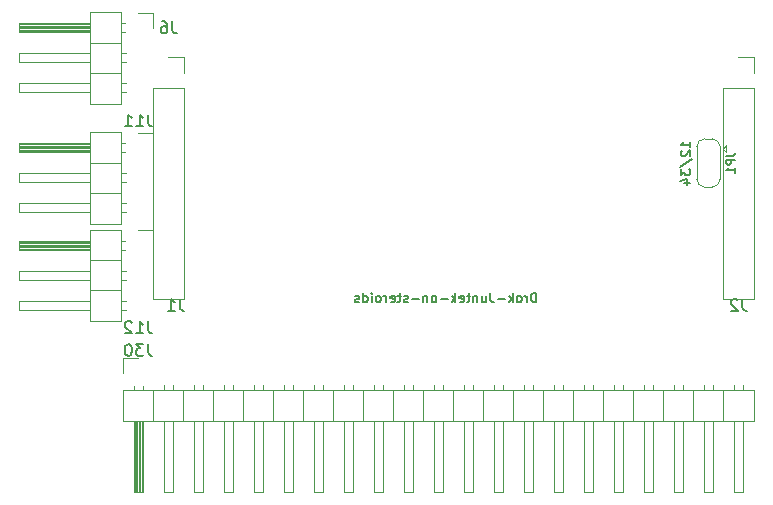
<source format=gbo>
G04 #@! TF.GenerationSoftware,KiCad,Pcbnew,(5.1.6-0-10_14)*
G04 #@! TF.CreationDate,2021-08-22T22:59:51+01:00*
G04 #@! TF.ProjectId,JuntekOnSteroidsTTGO,4a756e74-656b-44f6-9e53-7465726f6964,2.4*
G04 #@! TF.SameCoordinates,PX5b716c8PY5b716c8*
G04 #@! TF.FileFunction,Legend,Bot*
G04 #@! TF.FilePolarity,Positive*
%FSLAX46Y46*%
G04 Gerber Fmt 4.6, Leading zero omitted, Abs format (unit mm)*
G04 Created by KiCad (PCBNEW (5.1.6-0-10_14)) date 2021-08-22 22:59:51*
%MOMM*%
%LPD*%
G01*
G04 APERTURE LIST*
%ADD10C,0.150000*%
%ADD11C,0.120000*%
G04 APERTURE END LIST*
D10*
X51796904Y24193334D02*
X51796904Y24650477D01*
X51796904Y24421905D02*
X50996904Y24421905D01*
X51111190Y24498096D01*
X51187380Y24574286D01*
X51225476Y24650477D01*
X51073095Y23888572D02*
X51035000Y23850477D01*
X50996904Y23774286D01*
X50996904Y23583810D01*
X51035000Y23507620D01*
X51073095Y23469524D01*
X51149285Y23431429D01*
X51225476Y23431429D01*
X51339761Y23469524D01*
X51796904Y23926667D01*
X51796904Y23431429D01*
X50958809Y22517143D02*
X51987380Y23202858D01*
X50996904Y22326667D02*
X50996904Y21831429D01*
X51301666Y22098096D01*
X51301666Y21983810D01*
X51339761Y21907620D01*
X51377857Y21869524D01*
X51454047Y21831429D01*
X51644523Y21831429D01*
X51720714Y21869524D01*
X51758809Y21907620D01*
X51796904Y21983810D01*
X51796904Y22212381D01*
X51758809Y22288572D01*
X51720714Y22326667D01*
X51263571Y21145715D02*
X51796904Y21145715D01*
X50958809Y21336191D02*
X51530238Y21526667D01*
X51530238Y21031429D01*
X38772142Y11068096D02*
X38772142Y11868096D01*
X38581666Y11868096D01*
X38467380Y11830000D01*
X38391190Y11753810D01*
X38353095Y11677620D01*
X38315000Y11525239D01*
X38315000Y11410953D01*
X38353095Y11258572D01*
X38391190Y11182381D01*
X38467380Y11106191D01*
X38581666Y11068096D01*
X38772142Y11068096D01*
X37972142Y11068096D02*
X37972142Y11601429D01*
X37972142Y11449048D02*
X37934047Y11525239D01*
X37895952Y11563334D01*
X37819761Y11601429D01*
X37743571Y11601429D01*
X37362619Y11068096D02*
X37438809Y11106191D01*
X37476904Y11144286D01*
X37515000Y11220477D01*
X37515000Y11449048D01*
X37476904Y11525239D01*
X37438809Y11563334D01*
X37362619Y11601429D01*
X37248333Y11601429D01*
X37172142Y11563334D01*
X37134047Y11525239D01*
X37095952Y11449048D01*
X37095952Y11220477D01*
X37134047Y11144286D01*
X37172142Y11106191D01*
X37248333Y11068096D01*
X37362619Y11068096D01*
X36753095Y11068096D02*
X36753095Y11868096D01*
X36676904Y11372858D02*
X36448333Y11068096D01*
X36448333Y11601429D02*
X36753095Y11296667D01*
X36105476Y11372858D02*
X35495952Y11372858D01*
X34886428Y11868096D02*
X34886428Y11296667D01*
X34924523Y11182381D01*
X35000714Y11106191D01*
X35115000Y11068096D01*
X35191190Y11068096D01*
X34162619Y11601429D02*
X34162619Y11068096D01*
X34505476Y11601429D02*
X34505476Y11182381D01*
X34467380Y11106191D01*
X34391190Y11068096D01*
X34276904Y11068096D01*
X34200714Y11106191D01*
X34162619Y11144286D01*
X33781666Y11601429D02*
X33781666Y11068096D01*
X33781666Y11525239D02*
X33743571Y11563334D01*
X33667380Y11601429D01*
X33553095Y11601429D01*
X33476904Y11563334D01*
X33438809Y11487143D01*
X33438809Y11068096D01*
X33172142Y11601429D02*
X32867380Y11601429D01*
X33057857Y11868096D02*
X33057857Y11182381D01*
X33019761Y11106191D01*
X32943571Y11068096D01*
X32867380Y11068096D01*
X32295952Y11106191D02*
X32372142Y11068096D01*
X32524523Y11068096D01*
X32600714Y11106191D01*
X32638809Y11182381D01*
X32638809Y11487143D01*
X32600714Y11563334D01*
X32524523Y11601429D01*
X32372142Y11601429D01*
X32295952Y11563334D01*
X32257857Y11487143D01*
X32257857Y11410953D01*
X32638809Y11334762D01*
X31915000Y11068096D02*
X31915000Y11868096D01*
X31838809Y11372858D02*
X31610238Y11068096D01*
X31610238Y11601429D02*
X31915000Y11296667D01*
X31267380Y11372858D02*
X30657857Y11372858D01*
X30162619Y11068096D02*
X30238809Y11106191D01*
X30276904Y11144286D01*
X30315000Y11220477D01*
X30315000Y11449048D01*
X30276904Y11525239D01*
X30238809Y11563334D01*
X30162619Y11601429D01*
X30048333Y11601429D01*
X29972142Y11563334D01*
X29934047Y11525239D01*
X29895952Y11449048D01*
X29895952Y11220477D01*
X29934047Y11144286D01*
X29972142Y11106191D01*
X30048333Y11068096D01*
X30162619Y11068096D01*
X29553095Y11601429D02*
X29553095Y11068096D01*
X29553095Y11525239D02*
X29515000Y11563334D01*
X29438809Y11601429D01*
X29324523Y11601429D01*
X29248333Y11563334D01*
X29210238Y11487143D01*
X29210238Y11068096D01*
X28829285Y11372858D02*
X28219761Y11372858D01*
X27876904Y11106191D02*
X27800714Y11068096D01*
X27648333Y11068096D01*
X27572142Y11106191D01*
X27534047Y11182381D01*
X27534047Y11220477D01*
X27572142Y11296667D01*
X27648333Y11334762D01*
X27762619Y11334762D01*
X27838809Y11372858D01*
X27876904Y11449048D01*
X27876904Y11487143D01*
X27838809Y11563334D01*
X27762619Y11601429D01*
X27648333Y11601429D01*
X27572142Y11563334D01*
X27305476Y11601429D02*
X27000714Y11601429D01*
X27191190Y11868096D02*
X27191190Y11182381D01*
X27153095Y11106191D01*
X27076904Y11068096D01*
X27000714Y11068096D01*
X26429285Y11106191D02*
X26505476Y11068096D01*
X26657857Y11068096D01*
X26734047Y11106191D01*
X26772142Y11182381D01*
X26772142Y11487143D01*
X26734047Y11563334D01*
X26657857Y11601429D01*
X26505476Y11601429D01*
X26429285Y11563334D01*
X26391190Y11487143D01*
X26391190Y11410953D01*
X26772142Y11334762D01*
X26048333Y11068096D02*
X26048333Y11601429D01*
X26048333Y11449048D02*
X26010238Y11525239D01*
X25972142Y11563334D01*
X25895952Y11601429D01*
X25819761Y11601429D01*
X25438809Y11068096D02*
X25515000Y11106191D01*
X25553095Y11144286D01*
X25591190Y11220477D01*
X25591190Y11449048D01*
X25553095Y11525239D01*
X25515000Y11563334D01*
X25438809Y11601429D01*
X25324523Y11601429D01*
X25248333Y11563334D01*
X25210238Y11525239D01*
X25172142Y11449048D01*
X25172142Y11220477D01*
X25210238Y11144286D01*
X25248333Y11106191D01*
X25324523Y11068096D01*
X25438809Y11068096D01*
X24829285Y11068096D02*
X24829285Y11601429D01*
X24829285Y11868096D02*
X24867380Y11830000D01*
X24829285Y11791905D01*
X24791190Y11830000D01*
X24829285Y11868096D01*
X24829285Y11791905D01*
X24105476Y11068096D02*
X24105476Y11868096D01*
X24105476Y11106191D02*
X24181666Y11068096D01*
X24334047Y11068096D01*
X24410238Y11106191D01*
X24448333Y11144286D01*
X24486428Y11220477D01*
X24486428Y11449048D01*
X24448333Y11525239D01*
X24410238Y11563334D01*
X24334047Y11601429D01*
X24181666Y11601429D01*
X24105476Y11563334D01*
X23762619Y11106191D02*
X23686428Y11068096D01*
X23534047Y11068096D01*
X23457857Y11106191D01*
X23419761Y11182381D01*
X23419761Y11220477D01*
X23457857Y11296667D01*
X23534047Y11334762D01*
X23648333Y11334762D01*
X23724523Y11372858D01*
X23762619Y11449048D01*
X23762619Y11487143D01*
X23724523Y11563334D01*
X23648333Y11601429D01*
X23534047Y11601429D01*
X23457857Y11563334D01*
D11*
G04 #@! TO.C,JP1*
X52340000Y24260000D02*
X52340000Y21460000D01*
X53040000Y20810000D02*
X53640000Y20810000D01*
X54340000Y21460000D02*
X54340000Y24260000D01*
X53640000Y24910000D02*
X53040000Y24910000D01*
X54540000Y24060000D02*
X54840000Y24360000D01*
X54840000Y24360000D02*
X54840000Y23760000D01*
X54540000Y24060000D02*
X54840000Y23760000D01*
X53040000Y24910000D02*
G75*
G03*
X52340000Y24210000I0J-700000D01*
G01*
X54340000Y24210000D02*
G75*
G03*
X53640000Y24910000I-700000J0D01*
G01*
X53640000Y20810000D02*
G75*
G03*
X54340000Y21510000I0J700000D01*
G01*
X52340000Y21510000D02*
G75*
G03*
X53040000Y20810000I700000J0D01*
G01*
G04 #@! TO.C,J12*
X3640000Y17205000D02*
X3640000Y9465000D01*
X3640000Y9465000D02*
X980000Y9465000D01*
X980000Y9465000D02*
X980000Y17205000D01*
X980000Y17205000D02*
X3640000Y17205000D01*
X980000Y16255000D02*
X-5020000Y16255000D01*
X-5020000Y16255000D02*
X-5020000Y15495000D01*
X-5020000Y15495000D02*
X980000Y15495000D01*
X980000Y16195000D02*
X-5020000Y16195000D01*
X980000Y16075000D02*
X-5020000Y16075000D01*
X980000Y15955000D02*
X-5020000Y15955000D01*
X980000Y15835000D02*
X-5020000Y15835000D01*
X980000Y15715000D02*
X-5020000Y15715000D01*
X980000Y15595000D02*
X-5020000Y15595000D01*
X3970000Y16255000D02*
X3640000Y16255000D01*
X3970000Y15495000D02*
X3640000Y15495000D01*
X3640000Y14605000D02*
X980000Y14605000D01*
X980000Y13715000D02*
X-5020000Y13715000D01*
X-5020000Y13715000D02*
X-5020000Y12955000D01*
X-5020000Y12955000D02*
X980000Y12955000D01*
X4037071Y13715000D02*
X3640000Y13715000D01*
X4037071Y12955000D02*
X3640000Y12955000D01*
X3640000Y12065000D02*
X980000Y12065000D01*
X980000Y11175000D02*
X-5020000Y11175000D01*
X-5020000Y11175000D02*
X-5020000Y10415000D01*
X-5020000Y10415000D02*
X980000Y10415000D01*
X4037071Y11175000D02*
X3640000Y11175000D01*
X4037071Y10415000D02*
X3640000Y10415000D01*
X6350000Y15875000D02*
X6350000Y17145000D01*
X6350000Y17145000D02*
X5080000Y17145000D01*
G04 #@! TO.C,J11*
X3640000Y25460000D02*
X3640000Y17720000D01*
X3640000Y17720000D02*
X980000Y17720000D01*
X980000Y17720000D02*
X980000Y25460000D01*
X980000Y25460000D02*
X3640000Y25460000D01*
X980000Y24510000D02*
X-5020000Y24510000D01*
X-5020000Y24510000D02*
X-5020000Y23750000D01*
X-5020000Y23750000D02*
X980000Y23750000D01*
X980000Y24450000D02*
X-5020000Y24450000D01*
X980000Y24330000D02*
X-5020000Y24330000D01*
X980000Y24210000D02*
X-5020000Y24210000D01*
X980000Y24090000D02*
X-5020000Y24090000D01*
X980000Y23970000D02*
X-5020000Y23970000D01*
X980000Y23850000D02*
X-5020000Y23850000D01*
X3970000Y24510000D02*
X3640000Y24510000D01*
X3970000Y23750000D02*
X3640000Y23750000D01*
X3640000Y22860000D02*
X980000Y22860000D01*
X980000Y21970000D02*
X-5020000Y21970000D01*
X-5020000Y21970000D02*
X-5020000Y21210000D01*
X-5020000Y21210000D02*
X980000Y21210000D01*
X4037071Y21970000D02*
X3640000Y21970000D01*
X4037071Y21210000D02*
X3640000Y21210000D01*
X3640000Y20320000D02*
X980000Y20320000D01*
X980000Y19430000D02*
X-5020000Y19430000D01*
X-5020000Y19430000D02*
X-5020000Y18670000D01*
X-5020000Y18670000D02*
X980000Y18670000D01*
X4037071Y19430000D02*
X3640000Y19430000D01*
X4037071Y18670000D02*
X3640000Y18670000D01*
X6350000Y24130000D02*
X6350000Y25400000D01*
X6350000Y25400000D02*
X5080000Y25400000D01*
G04 #@! TO.C,J30*
X3750000Y3640000D02*
X57210000Y3640000D01*
X57210000Y3640000D02*
X57210000Y980000D01*
X57210000Y980000D02*
X3750000Y980000D01*
X3750000Y980000D02*
X3750000Y3640000D01*
X4700000Y980000D02*
X4700000Y-5020000D01*
X4700000Y-5020000D02*
X5460000Y-5020000D01*
X5460000Y-5020000D02*
X5460000Y980000D01*
X4760000Y980000D02*
X4760000Y-5020000D01*
X4880000Y980000D02*
X4880000Y-5020000D01*
X5000000Y980000D02*
X5000000Y-5020000D01*
X5120000Y980000D02*
X5120000Y-5020000D01*
X5240000Y980000D02*
X5240000Y-5020000D01*
X5360000Y980000D02*
X5360000Y-5020000D01*
X4700000Y3970000D02*
X4700000Y3640000D01*
X5460000Y3970000D02*
X5460000Y3640000D01*
X6350000Y3640000D02*
X6350000Y980000D01*
X7240000Y980000D02*
X7240000Y-5020000D01*
X7240000Y-5020000D02*
X8000000Y-5020000D01*
X8000000Y-5020000D02*
X8000000Y980000D01*
X7240000Y4037071D02*
X7240000Y3640000D01*
X8000000Y4037071D02*
X8000000Y3640000D01*
X8890000Y3640000D02*
X8890000Y980000D01*
X9780000Y980000D02*
X9780000Y-5020000D01*
X9780000Y-5020000D02*
X10540000Y-5020000D01*
X10540000Y-5020000D02*
X10540000Y980000D01*
X9780000Y4037071D02*
X9780000Y3640000D01*
X10540000Y4037071D02*
X10540000Y3640000D01*
X11430000Y3640000D02*
X11430000Y980000D01*
X12320000Y980000D02*
X12320000Y-5020000D01*
X12320000Y-5020000D02*
X13080000Y-5020000D01*
X13080000Y-5020000D02*
X13080000Y980000D01*
X12320000Y4037071D02*
X12320000Y3640000D01*
X13080000Y4037071D02*
X13080000Y3640000D01*
X13970000Y3640000D02*
X13970000Y980000D01*
X14860000Y980000D02*
X14860000Y-5020000D01*
X14860000Y-5020000D02*
X15620000Y-5020000D01*
X15620000Y-5020000D02*
X15620000Y980000D01*
X14860000Y4037071D02*
X14860000Y3640000D01*
X15620000Y4037071D02*
X15620000Y3640000D01*
X16510000Y3640000D02*
X16510000Y980000D01*
X17400000Y980000D02*
X17400000Y-5020000D01*
X17400000Y-5020000D02*
X18160000Y-5020000D01*
X18160000Y-5020000D02*
X18160000Y980000D01*
X17400000Y4037071D02*
X17400000Y3640000D01*
X18160000Y4037071D02*
X18160000Y3640000D01*
X19050000Y3640000D02*
X19050000Y980000D01*
X19940000Y980000D02*
X19940000Y-5020000D01*
X19940000Y-5020000D02*
X20700000Y-5020000D01*
X20700000Y-5020000D02*
X20700000Y980000D01*
X19940000Y4037071D02*
X19940000Y3640000D01*
X20700000Y4037071D02*
X20700000Y3640000D01*
X21590000Y3640000D02*
X21590000Y980000D01*
X22480000Y980000D02*
X22480000Y-5020000D01*
X22480000Y-5020000D02*
X23240000Y-5020000D01*
X23240000Y-5020000D02*
X23240000Y980000D01*
X22480000Y4037071D02*
X22480000Y3640000D01*
X23240000Y4037071D02*
X23240000Y3640000D01*
X24130000Y3640000D02*
X24130000Y980000D01*
X25020000Y980000D02*
X25020000Y-5020000D01*
X25020000Y-5020000D02*
X25780000Y-5020000D01*
X25780000Y-5020000D02*
X25780000Y980000D01*
X25020000Y4037071D02*
X25020000Y3640000D01*
X25780000Y4037071D02*
X25780000Y3640000D01*
X26670000Y3640000D02*
X26670000Y980000D01*
X27560000Y980000D02*
X27560000Y-5020000D01*
X27560000Y-5020000D02*
X28320000Y-5020000D01*
X28320000Y-5020000D02*
X28320000Y980000D01*
X27560000Y4037071D02*
X27560000Y3640000D01*
X28320000Y4037071D02*
X28320000Y3640000D01*
X29210000Y3640000D02*
X29210000Y980000D01*
X30100000Y980000D02*
X30100000Y-5020000D01*
X30100000Y-5020000D02*
X30860000Y-5020000D01*
X30860000Y-5020000D02*
X30860000Y980000D01*
X30100000Y4037071D02*
X30100000Y3640000D01*
X30860000Y4037071D02*
X30860000Y3640000D01*
X31750000Y3640000D02*
X31750000Y980000D01*
X32640000Y980000D02*
X32640000Y-5020000D01*
X32640000Y-5020000D02*
X33400000Y-5020000D01*
X33400000Y-5020000D02*
X33400000Y980000D01*
X32640000Y4037071D02*
X32640000Y3640000D01*
X33400000Y4037071D02*
X33400000Y3640000D01*
X34290000Y3640000D02*
X34290000Y980000D01*
X35180000Y980000D02*
X35180000Y-5020000D01*
X35180000Y-5020000D02*
X35940000Y-5020000D01*
X35940000Y-5020000D02*
X35940000Y980000D01*
X35180000Y4037071D02*
X35180000Y3640000D01*
X35940000Y4037071D02*
X35940000Y3640000D01*
X36830000Y3640000D02*
X36830000Y980000D01*
X37720000Y980000D02*
X37720000Y-5020000D01*
X37720000Y-5020000D02*
X38480000Y-5020000D01*
X38480000Y-5020000D02*
X38480000Y980000D01*
X37720000Y4037071D02*
X37720000Y3640000D01*
X38480000Y4037071D02*
X38480000Y3640000D01*
X39370000Y3640000D02*
X39370000Y980000D01*
X40260000Y980000D02*
X40260000Y-5020000D01*
X40260000Y-5020000D02*
X41020000Y-5020000D01*
X41020000Y-5020000D02*
X41020000Y980000D01*
X40260000Y4037071D02*
X40260000Y3640000D01*
X41020000Y4037071D02*
X41020000Y3640000D01*
X41910000Y3640000D02*
X41910000Y980000D01*
X42800000Y980000D02*
X42800000Y-5020000D01*
X42800000Y-5020000D02*
X43560000Y-5020000D01*
X43560000Y-5020000D02*
X43560000Y980000D01*
X42800000Y4037071D02*
X42800000Y3640000D01*
X43560000Y4037071D02*
X43560000Y3640000D01*
X44450000Y3640000D02*
X44450000Y980000D01*
X45340000Y980000D02*
X45340000Y-5020000D01*
X45340000Y-5020000D02*
X46100000Y-5020000D01*
X46100000Y-5020000D02*
X46100000Y980000D01*
X45340000Y4037071D02*
X45340000Y3640000D01*
X46100000Y4037071D02*
X46100000Y3640000D01*
X46990000Y3640000D02*
X46990000Y980000D01*
X47880000Y980000D02*
X47880000Y-5020000D01*
X47880000Y-5020000D02*
X48640000Y-5020000D01*
X48640000Y-5020000D02*
X48640000Y980000D01*
X47880000Y4037071D02*
X47880000Y3640000D01*
X48640000Y4037071D02*
X48640000Y3640000D01*
X49530000Y3640000D02*
X49530000Y980000D01*
X50420000Y980000D02*
X50420000Y-5020000D01*
X50420000Y-5020000D02*
X51180000Y-5020000D01*
X51180000Y-5020000D02*
X51180000Y980000D01*
X50420000Y4037071D02*
X50420000Y3640000D01*
X51180000Y4037071D02*
X51180000Y3640000D01*
X52070000Y3640000D02*
X52070000Y980000D01*
X52960000Y980000D02*
X52960000Y-5020000D01*
X52960000Y-5020000D02*
X53720000Y-5020000D01*
X53720000Y-5020000D02*
X53720000Y980000D01*
X52960000Y4037071D02*
X52960000Y3640000D01*
X53720000Y4037071D02*
X53720000Y3640000D01*
X54610000Y3640000D02*
X54610000Y980000D01*
X55500000Y980000D02*
X55500000Y-5020000D01*
X55500000Y-5020000D02*
X56260000Y-5020000D01*
X56260000Y-5020000D02*
X56260000Y980000D01*
X55500000Y4037071D02*
X55500000Y3640000D01*
X56260000Y4037071D02*
X56260000Y3640000D01*
X5080000Y6350000D02*
X3810000Y6350000D01*
X3810000Y6350000D02*
X3810000Y5080000D01*
G04 #@! TO.C,J6*
X3640000Y35620000D02*
X3640000Y27880000D01*
X3640000Y27880000D02*
X980000Y27880000D01*
X980000Y27880000D02*
X980000Y35620000D01*
X980000Y35620000D02*
X3640000Y35620000D01*
X980000Y34670000D02*
X-5020000Y34670000D01*
X-5020000Y34670000D02*
X-5020000Y33910000D01*
X-5020000Y33910000D02*
X980000Y33910000D01*
X980000Y34610000D02*
X-5020000Y34610000D01*
X980000Y34490000D02*
X-5020000Y34490000D01*
X980000Y34370000D02*
X-5020000Y34370000D01*
X980000Y34250000D02*
X-5020000Y34250000D01*
X980000Y34130000D02*
X-5020000Y34130000D01*
X980000Y34010000D02*
X-5020000Y34010000D01*
X3970000Y34670000D02*
X3640000Y34670000D01*
X3970000Y33910000D02*
X3640000Y33910000D01*
X3640000Y33020000D02*
X980000Y33020000D01*
X980000Y32130000D02*
X-5020000Y32130000D01*
X-5020000Y32130000D02*
X-5020000Y31370000D01*
X-5020000Y31370000D02*
X980000Y31370000D01*
X4037071Y32130000D02*
X3640000Y32130000D01*
X4037071Y31370000D02*
X3640000Y31370000D01*
X3640000Y30480000D02*
X980000Y30480000D01*
X980000Y29590000D02*
X-5020000Y29590000D01*
X-5020000Y29590000D02*
X-5020000Y28830000D01*
X-5020000Y28830000D02*
X980000Y28830000D01*
X4037071Y29590000D02*
X3640000Y29590000D01*
X4037071Y28830000D02*
X3640000Y28830000D01*
X6350000Y34290000D02*
X6350000Y35560000D01*
X6350000Y35560000D02*
X5080000Y35560000D01*
G04 #@! TO.C,J2*
X57210000Y31810000D02*
X55880000Y31810000D01*
X57210000Y30480000D02*
X57210000Y31810000D01*
X57210000Y29210000D02*
X54550000Y29210000D01*
X54550000Y29210000D02*
X54550000Y11370000D01*
X57210000Y29210000D02*
X57210000Y11370000D01*
X57210000Y11370000D02*
X54550000Y11370000D01*
G04 #@! TO.C,J1*
X8950000Y31810000D02*
X7620000Y31810000D01*
X8950000Y30480000D02*
X8950000Y31810000D01*
X8950000Y29210000D02*
X6290000Y29210000D01*
X6290000Y29210000D02*
X6290000Y11370000D01*
X8950000Y29210000D02*
X8950000Y11370000D01*
X8950000Y11370000D02*
X6290000Y11370000D01*
G04 #@! TO.C,JP1*
D10*
X54861666Y23443334D02*
X55361666Y23443334D01*
X55461666Y23476667D01*
X55528333Y23543334D01*
X55561666Y23643334D01*
X55561666Y23710000D01*
X55561666Y23110000D02*
X54861666Y23110000D01*
X54861666Y22843334D01*
X54895000Y22776667D01*
X54928333Y22743334D01*
X54995000Y22710000D01*
X55095000Y22710000D01*
X55161666Y22743334D01*
X55195000Y22776667D01*
X55228333Y22843334D01*
X55228333Y23110000D01*
X55561666Y22043334D02*
X55561666Y22443334D01*
X55561666Y22243334D02*
X54861666Y22243334D01*
X54961666Y22310000D01*
X55028333Y22376667D01*
X55061666Y22443334D01*
G04 #@! TO.C,J12*
X5889523Y9437620D02*
X5889523Y8723334D01*
X5937142Y8580477D01*
X6032380Y8485239D01*
X6175238Y8437620D01*
X6270476Y8437620D01*
X4889523Y8437620D02*
X5460952Y8437620D01*
X5175238Y8437620D02*
X5175238Y9437620D01*
X5270476Y9294762D01*
X5365714Y9199524D01*
X5460952Y9151905D01*
X4508571Y9342381D02*
X4460952Y9390000D01*
X4365714Y9437620D01*
X4127619Y9437620D01*
X4032380Y9390000D01*
X3984761Y9342381D01*
X3937142Y9247143D01*
X3937142Y9151905D01*
X3984761Y9009048D01*
X4556190Y8437620D01*
X3937142Y8437620D01*
G04 #@! TO.C,J11*
X5889523Y26947620D02*
X5889523Y26233334D01*
X5937142Y26090477D01*
X6032380Y25995239D01*
X6175238Y25947620D01*
X6270476Y25947620D01*
X4889523Y25947620D02*
X5460952Y25947620D01*
X5175238Y25947620D02*
X5175238Y26947620D01*
X5270476Y26804762D01*
X5365714Y26709524D01*
X5460952Y26661905D01*
X3937142Y25947620D02*
X4508571Y25947620D01*
X4222857Y25947620D02*
X4222857Y26947620D01*
X4318095Y26804762D01*
X4413333Y26709524D01*
X4508571Y26661905D01*
G04 #@! TO.C,J30*
X5889523Y7532620D02*
X5889523Y6818334D01*
X5937142Y6675477D01*
X6032380Y6580239D01*
X6175238Y6532620D01*
X6270476Y6532620D01*
X5508571Y7532620D02*
X4889523Y7532620D01*
X5222857Y7151667D01*
X5080000Y7151667D01*
X4984761Y7104048D01*
X4937142Y7056429D01*
X4889523Y6961191D01*
X4889523Y6723096D01*
X4937142Y6627858D01*
X4984761Y6580239D01*
X5080000Y6532620D01*
X5365714Y6532620D01*
X5460952Y6580239D01*
X5508571Y6627858D01*
X4270476Y7532620D02*
X4175238Y7532620D01*
X4080000Y7485000D01*
X4032380Y7437381D01*
X3984761Y7342143D01*
X3937142Y7151667D01*
X3937142Y6913572D01*
X3984761Y6723096D01*
X4032380Y6627858D01*
X4080000Y6580239D01*
X4175238Y6532620D01*
X4270476Y6532620D01*
X4365714Y6580239D01*
X4413333Y6627858D01*
X4460952Y6723096D01*
X4508571Y6913572D01*
X4508571Y7151667D01*
X4460952Y7342143D01*
X4413333Y7437381D01*
X4365714Y7485000D01*
X4270476Y7532620D01*
G04 #@! TO.C,J6*
X7953333Y34837620D02*
X7953333Y34123334D01*
X8000952Y33980477D01*
X8096190Y33885239D01*
X8239047Y33837620D01*
X8334285Y33837620D01*
X7048571Y34837620D02*
X7239047Y34837620D01*
X7334285Y34790000D01*
X7381904Y34742381D01*
X7477142Y34599524D01*
X7524761Y34409048D01*
X7524761Y34028096D01*
X7477142Y33932858D01*
X7429523Y33885239D01*
X7334285Y33837620D01*
X7143809Y33837620D01*
X7048571Y33885239D01*
X7000952Y33932858D01*
X6953333Y34028096D01*
X6953333Y34266191D01*
X7000952Y34361429D01*
X7048571Y34409048D01*
X7143809Y34456667D01*
X7334285Y34456667D01*
X7429523Y34409048D01*
X7477142Y34361429D01*
X7524761Y34266191D01*
G04 #@! TO.C,J2*
X56213333Y11342620D02*
X56213333Y10628334D01*
X56260952Y10485477D01*
X56356190Y10390239D01*
X56499047Y10342620D01*
X56594285Y10342620D01*
X55784761Y11247381D02*
X55737142Y11295000D01*
X55641904Y11342620D01*
X55403809Y11342620D01*
X55308571Y11295000D01*
X55260952Y11247381D01*
X55213333Y11152143D01*
X55213333Y11056905D01*
X55260952Y10914048D01*
X55832380Y10342620D01*
X55213333Y10342620D01*
G04 #@! TO.C,J1*
X8588333Y11342620D02*
X8588333Y10628334D01*
X8635952Y10485477D01*
X8731190Y10390239D01*
X8874047Y10342620D01*
X8969285Y10342620D01*
X7588333Y10342620D02*
X8159761Y10342620D01*
X7874047Y10342620D02*
X7874047Y11342620D01*
X7969285Y11199762D01*
X8064523Y11104524D01*
X8159761Y11056905D01*
G04 #@! TD*
M02*

</source>
